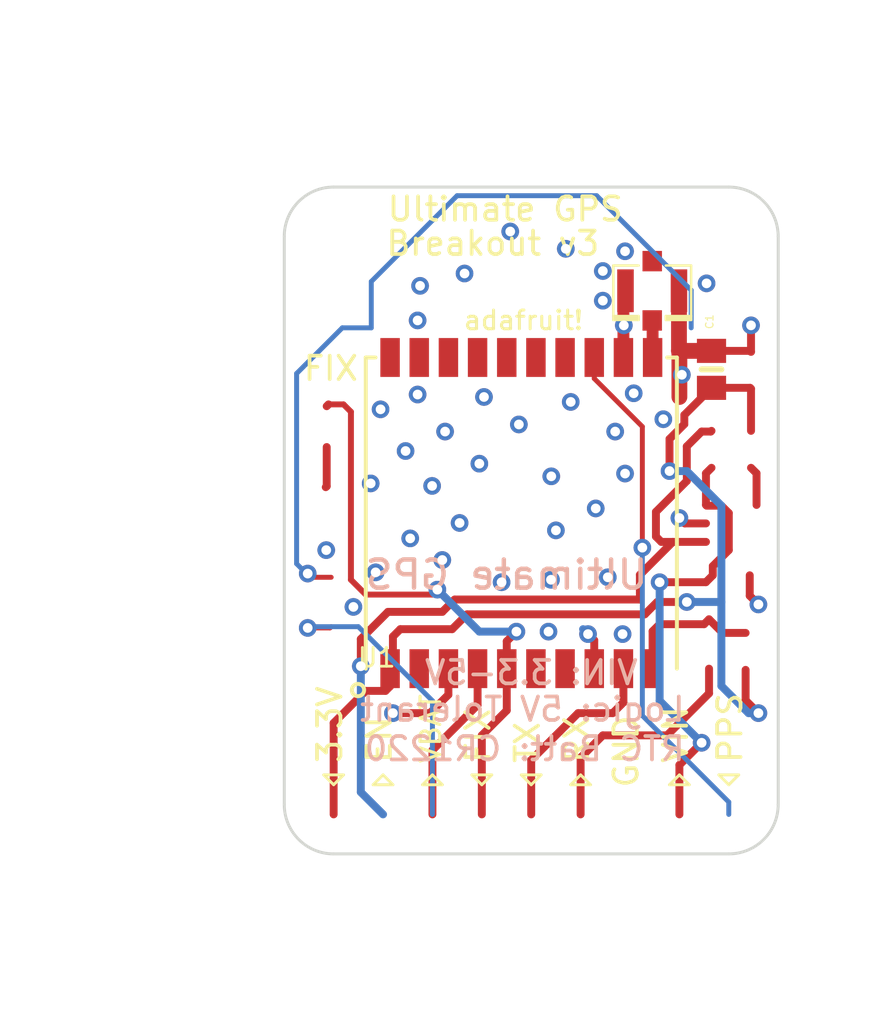
<source format=kicad_pcb>
(kicad_pcb (version 20171130) (host pcbnew 5.1.1-8be2ce7~80~ubuntu18.04.1)

  (general
    (thickness 1.6)
    (drawings 57)
    (tracks 208)
    (zones 0)
    (modules 3)
    (nets 11)
  )

  (page A4)
  (layers
    (0 Top signal)
    (31 Bottom signal)
    (32 B.Adhes user)
    (33 F.Adhes user)
    (34 B.Paste user)
    (35 F.Paste user)
    (36 B.SilkS user)
    (37 F.SilkS user)
    (38 B.Mask user)
    (39 F.Mask user)
    (40 Dwgs.User user)
    (41 Cmts.User user)
    (42 Eco1.User user)
    (43 Eco2.User user)
    (44 Edge.Cuts user)
    (45 Margin user)
    (46 B.CrtYd user)
    (47 F.CrtYd user)
    (48 B.Fab user)
    (49 F.Fab user)
  )

  (setup
    (last_trace_width 0.25)
    (trace_clearance 0.2)
    (zone_clearance 0.508)
    (zone_45_only no)
    (trace_min 0.2)
    (via_size 0.8)
    (via_drill 0.4)
    (via_min_size 0.4)
    (via_min_drill 0.3)
    (uvia_size 0.3)
    (uvia_drill 0.1)
    (uvias_allowed no)
    (uvia_min_size 0.2)
    (uvia_min_drill 0.1)
    (edge_width 0.05)
    (segment_width 0.2)
    (pcb_text_width 0.3)
    (pcb_text_size 1.5 1.5)
    (mod_edge_width 0.12)
    (mod_text_size 1 1)
    (mod_text_width 0.15)
    (pad_size 1.524 1.524)
    (pad_drill 0.762)
    (pad_to_mask_clearance 0.051)
    (solder_mask_min_width 0.25)
    (aux_axis_origin 0 0)
    (visible_elements FFFFFF7F)
    (pcbplotparams
      (layerselection 0x010fc_ffffffff)
      (usegerberextensions false)
      (usegerberattributes false)
      (usegerberadvancedattributes false)
      (creategerberjobfile false)
      (excludeedgelayer true)
      (linewidth 0.100000)
      (plotframeref false)
      (viasonmask false)
      (mode 1)
      (useauxorigin false)
      (hpglpennumber 1)
      (hpglpenspeed 20)
      (hpglpendiameter 15.000000)
      (psnegative false)
      (psa4output false)
      (plotreference true)
      (plotvalue true)
      (plotinvisibletext false)
      (padsonsilk false)
      (subtractmaskfromsilk false)
      (outputformat 1)
      (mirror false)
      (drillshape 1)
      (scaleselection 1)
      (outputdirectory ""))
  )

  (net 0 "")
  (net 1 GND)
  (net 2 3.3V)
  (net 3 VIN)
  (net 4 "Net-(U$20-PadP$3)")
  (net 5 /VBACKUP)
  (net 6 "Net-(FB1-Pad1)")
  (net 7 /ENABLE)
  (net 8 "Net-(LED1-PadC)")
  (net 9 /RX)
  (net 10 "Net-(B1-Pad+$1)")

  (net_class Default "This is the default net class."
    (clearance 0.2)
    (trace_width 0.25)
    (via_dia 0.8)
    (via_drill 0.4)
    (uvia_dia 0.3)
    (uvia_drill 0.1)
    (add_net /ENABLE)
    (add_net /RX)
    (add_net /VBACKUP)
    (add_net 3.3V)
    (add_net GND)
    (add_net "Net-(B1-Pad+$1)")
    (add_net "Net-(FB1-Pad1)")
    (add_net "Net-(LED1-PadC)")
    (add_net "Net-(U$20-PadP$3)")
    (add_net VIN)
  )

  (module "Adafruit Ultimate GPS:FGPMMOPA6H" (layer Top) (tedit 0) (tstamp 5CBBCA1B)
    (at 147.9931 104.6226 90)
    (path /19E6BE3A)
    (fp_text reference U1 (at -8 -8.5) (layer F.SilkS)
      (effects (font (size 0.9652 0.9652) (thickness 0.14478)) (justify left bottom))
    )
    (fp_text value FGPMMOPA6H (at -8 9.5) (layer F.Fab)
      (effects (font (size 0.9652 0.9652) (thickness 0.077216)) (justify left bottom))
    )
    (fp_circle (center -9.1 -8.4) (end -8.7838 -8.4) (layer F.SilkS) (width 0.2032))
    (fp_line (start 8 -8) (end 8 -7.5) (layer F.SilkS) (width 0.2032))
    (fp_line (start 8 7.5) (end 8 8) (layer F.SilkS) (width 0.2032))
    (fp_line (start -8 8) (end -8 -8) (layer F.Fab) (width 0.2032))
    (fp_line (start 8 8) (end -8 8) (layer F.Fab) (width 0.2032))
    (fp_line (start 8 -8) (end 8 8) (layer F.Fab) (width 0.127))
    (fp_line (start -8 -8) (end 8 -8) (layer F.Fab) (width 0.2032))
    (fp_line (start 8 8) (end -8 8) (layer F.SilkS) (width 0.2032))
    (fp_line (start -8 -8) (end 8 -8) (layer F.SilkS) (width 0.2032))
    (pad "" np_thru_hole circle (at 0.2 -0.8 90) (size 3 3) (drill 3) (layers *.Cu *.Mask))
    (pad P$20 smd rect (at 8 -6.75 270) (size 2 1) (layers Top F.Paste F.Mask)
      (solder_mask_margin 0.0508))
    (pad P$19 smd rect (at 8 -5.25 270) (size 2 1) (layers Top F.Paste F.Mask)
      (net 1 GND) (solder_mask_margin 0.0508))
    (pad P$18 smd rect (at 8 -3.75 270) (size 2 1) (layers Top F.Paste F.Mask)
      (solder_mask_margin 0.0508))
    (pad P$17 smd rect (at 8 -2.25 270) (size 2 1) (layers Top F.Paste F.Mask)
      (solder_mask_margin 0.0508))
    (pad P$16 smd rect (at 8 -0.75 270) (size 2 1) (layers Top F.Paste F.Mask)
      (solder_mask_margin 0.0508))
    (pad P$15 smd rect (at 8 0.75 270) (size 2 1) (layers Top F.Paste F.Mask)
      (solder_mask_margin 0.0508))
    (pad P$14 smd rect (at 8 2.25 270) (size 2 1) (layers Top F.Paste F.Mask)
      (solder_mask_margin 0.0508))
    (pad P$13 smd rect (at 8 3.75 270) (size 2 1) (layers Top F.Paste F.Mask)
      (solder_mask_margin 0.0508))
    (pad P$12 smd rect (at 8 5.25 270) (size 2 1) (layers Top F.Paste F.Mask)
      (net 1 GND) (solder_mask_margin 0.0508))
    (pad P$11 smd rect (at 8 6.75 270) (size 2 1) (layers Top F.Paste F.Mask)
      (net 4 "Net-(U$20-PadP$3)") (solder_mask_margin 0.0508))
    (pad P$10 smd rect (at -8 6.75 90) (size 2 1) (layers Top F.Paste F.Mask)
      (solder_mask_margin 0.0508))
    (pad P$9 smd rect (at -8 5.25 90) (size 2 1) (layers Top F.Paste F.Mask)
      (solder_mask_margin 0.0508))
    (pad P$8 smd rect (at -8 3.75 90) (size 2 1) (layers Top F.Paste F.Mask)
      (net 1 GND) (solder_mask_margin 0.0508))
    (pad P$7 smd rect (at -8 2.25 90) (size 2 1) (layers Top F.Paste F.Mask)
      (solder_mask_margin 0.0508))
    (pad P$6 smd rect (at -8 0.75 90) (size 2 1) (layers Top F.Paste F.Mask)
      (solder_mask_margin 0.0508))
    (pad P$5 smd rect (at -8 -0.75 90) (size 2 1) (layers Top F.Paste F.Mask)
      (solder_mask_margin 0.0508))
    (pad P$4 smd rect (at -8 -2.25 90) (size 2 1) (layers Top F.Paste F.Mask)
      (solder_mask_margin 0.0508))
    (pad P$3 smd rect (at -8 -3.75 90) (size 2 1) (layers Top F.Paste F.Mask)
      (net 1 GND) (solder_mask_margin 0.0508))
    (pad P$2 smd rect (at -8 -5.25 90) (size 2 1) (layers Top F.Paste F.Mask)
      (solder_mask_margin 0.0508))
    (pad P$1 smd rect (at -8 -6.75 90) (size 2 1) (layers Top F.Paste F.Mask)
      (net 2 3.3V) (solder_mask_margin 0.0508))
  )

  (module "Adafruit Ultimate GPS:0805-NO" (layer Top) (tedit 0) (tstamp 5CBBCA7A)
    (at 157.7721 97.2326 90)
    (path /F1C90C04)
    (fp_text reference C1 (at 2.032 0.127 90) (layer F.SilkS)
      (effects (font (size 0.38608 0.38608) (thickness 0.057912)) (justify left bottom))
    )
    (fp_text value 0.1uF (at 2.032 0.762 90) (layer F.Fab)
      (effects (font (size 0.9652 0.9652) (thickness 0.077216)) (justify left bottom))
    )
    (fp_line (start 0 -0.508) (end 0 0.508) (layer F.SilkS) (width 0.3048))
    (fp_poly (pts (xy 0.3556 0.7239) (xy 1.1057 0.7239) (xy 1.1057 -0.7262) (xy 0.3556 -0.7262)) (layer F.Fab) (width 0))
    (fp_poly (pts (xy -1.0922 0.7239) (xy -0.3421 0.7239) (xy -0.3421 -0.7262) (xy -1.0922 -0.7262)) (layer F.Fab) (width 0))
    (fp_line (start -0.356 0.66) (end 0.381 0.66) (layer F.Fab) (width 0.1016))
    (fp_line (start -0.381 -0.66) (end 0.381 -0.66) (layer F.Fab) (width 0.1016))
    (pad 2 smd rect (at 0.95 0 90) (size 1.24 1.5) (layers Top F.Paste F.Mask)
      (net 1 GND) (solder_mask_margin 0.0508))
    (pad 1 smd rect (at -0.95 0 90) (size 1.24 1.5) (layers Top F.Paste F.Mask)
      (net 2 3.3V) (solder_mask_margin 0.0508))
  )

  (module "Adafruit Ultimate GPS:U.FL" (layer Top) (tedit 0) (tstamp 5CBBCFC8)
    (at 154.7241 93.1926 270)
    (path /F3FE4F2D)
    (fp_text reference U$20 (at 0 0 270) (layer F.SilkS) hide
      (effects (font (size 1.27 1.27) (thickness 0.15)) (justify right top))
    )
    (fp_text value U.FL (at 0 0 270) (layer F.SilkS) hide
      (effects (font (size 1.27 1.27) (thickness 0.15)) (justify right top))
    )
    (fp_poly (pts (xy -0.889 0.8255) (xy 0.889 0.8255) (xy 0.889 -0.8255) (xy -0.889 -0.8255)) (layer Dwgs.User) (width 0))
    (fp_line (start 1.5 2) (end 1.3 2) (layer F.SilkS) (width 0.127))
    (fp_line (start 1.5 0.7) (end 1.3 0.7) (layer F.SilkS) (width 0.127))
    (fp_line (start 1.5 -0.7) (end 1.3 -0.7) (layer F.SilkS) (width 0.127))
    (fp_line (start 1.5 -2) (end 1.3 -2) (layer F.SilkS) (width 0.127))
    (fp_line (start 1.5 2) (end 1.5 0.7) (layer F.SilkS) (width 0.127))
    (fp_line (start 1.5 -0.7) (end 1.5 -2) (layer F.SilkS) (width 0.127))
    (fp_line (start 1.4 2) (end 1.4 0.7) (layer F.SilkS) (width 0.127))
    (fp_line (start 1.4 -0.7) (end 1.4 -2) (layer F.SilkS) (width 0.127))
    (fp_line (start -1.3 2) (end -1.3 0.7) (layer F.SilkS) (width 0.127))
    (fp_line (start -1.3 -0.7) (end -1.3 -2) (layer F.SilkS) (width 0.127))
    (fp_line (start 1.3 2) (end 1.3 0.7) (layer F.SilkS) (width 0.127))
    (fp_line (start -1.3 2) (end 1.3 2) (layer F.SilkS) (width 0.127))
    (fp_line (start 1.3 -2) (end -1.3 -2) (layer F.SilkS) (width 0.127))
    (fp_line (start 1.3 -0.7) (end 1.3 -2) (layer F.SilkS) (width 0.127))
    (pad P$4 smd rect (at -1.525 0 270) (size 1.05 1) (layers Top F.Paste F.Mask)
      (solder_mask_margin 0.0508))
    (pad P$3 smd rect (at 1.525 0 270) (size 1.05 1) (layers Top F.Paste F.Mask)
      (net 4 "Net-(U$20-PadP$3)") (solder_mask_margin 0.0508))
    (pad P$2 smd rect (at 0 1.375 270) (size 2.2 0.85) (layers Top F.Paste F.Mask)
      (net 1 GND) (solder_mask_margin 0.0508))
    (pad P$1 smd rect (at 0 -1.375 270) (size 2.2 0.85) (layers Top F.Paste F.Mask)
      (net 1 GND) (solder_mask_margin 0.0508))
  )

  (gr_line (start 155.6131 118.5926) (end 156.6291 118.5926) (layer F.SilkS) (width 0.15) (tstamp FBF05840))
  (gr_line (start 156.6291 118.5926) (end 156.1211 118.0846) (layer F.SilkS) (width 0.15) (tstamp FBF05CF0))
  (gr_line (start 156.1211 118.0846) (end 155.6131 118.5926) (layer F.SilkS) (width 0.15) (tstamp FBEB0D30))
  (gr_line (start 138.8491 118.0846) (end 137.8331 118.0846) (layer F.SilkS) (width 0.15) (tstamp FBFD2FD0))
  (gr_line (start 137.8331 118.0846) (end 138.3411 118.5926) (layer F.SilkS) (width 0.15) (tstamp F990AFE0))
  (gr_line (start 138.3411 118.5926) (end 138.8491 118.0846) (layer F.SilkS) (width 0.15) (tstamp F990B490))
  (gr_line (start 142.9131 118.5926) (end 143.9291 118.5926) (layer F.SilkS) (width 0.15) (tstamp F911EFC0))
  (gr_line (start 143.9291 118.5926) (end 143.4211 118.0846) (layer F.SilkS) (width 0.15) (tstamp F9178EB0))
  (gr_line (start 143.4211 118.0846) (end 142.9131 118.5926) (layer F.SilkS) (width 0.15) (tstamp FBFAD560))
  (gr_line (start 149.0091 118.0846) (end 147.9931 118.0846) (layer F.SilkS) (width 0.15) (tstamp F9C9C570))
  (gr_line (start 147.9931 118.0846) (end 148.5011 118.5926) (layer F.SilkS) (width 0.15) (tstamp F9C9CA40))
  (gr_line (start 148.5011 118.5926) (end 149.0091 118.0846) (layer F.SilkS) (width 0.15) (tstamp F9CCAB20))
  (gr_line (start 150.5331 118.5926) (end 151.5491 118.5926) (layer F.SilkS) (width 0.15) (tstamp F996D1C0))
  (gr_line (start 151.5491 118.5926) (end 151.0411 118.0846) (layer F.SilkS) (width 0.15) (tstamp FC032720))
  (gr_line (start 151.0411 118.0846) (end 150.5331 118.5926) (layer F.SilkS) (width 0.15) (tstamp FC032BE0))
  (gr_line (start 140.3731 118.5926) (end 141.3891 118.5926) (layer F.SilkS) (width 0.15) (tstamp FBE16A80))
  (gr_line (start 141.3891 118.5926) (end 140.8811 118.0846) (layer F.SilkS) (width 0.15) (tstamp FBEA8850))
  (gr_line (start 140.8811 118.0846) (end 140.3731 118.5926) (layer F.SilkS) (width 0.15) (tstamp FC0E5B30))
  (gr_line (start 146.4691 118.0846) (end 145.4531 118.0846) (layer F.SilkS) (width 0.15) (tstamp F9A32760))
  (gr_line (start 145.4531 118.0846) (end 145.9611 118.5926) (layer F.SilkS) (width 0.15) (tstamp F9A32BF0))
  (gr_line (start 145.9611 118.5926) (end 146.4691 118.0846) (layer F.SilkS) (width 0.15) (tstamp F99792D0))
  (gr_line (start 135.8011 119.6086) (end 135.8011 90.3986) (layer Edge.Cuts) (width 0.15) (tstamp F2C0C890))
  (gr_arc (start 138.3411 90.3986) (end 135.8011 90.3986) (angle 90) (layer Edge.Cuts) (width 0.15) (tstamp FBDF8970))
  (gr_line (start 138.3411 87.8586) (end 158.6611 87.8586) (layer Edge.Cuts) (width 0.15) (tstamp FBDF8E50))
  (gr_arc (start 158.6611 90.3986) (end 158.6611 87.8586) (angle 90) (layer Edge.Cuts) (width 0.15) (tstamp FBDDFE20))
  (gr_line (start 161.2011 90.3986) (end 161.2011 119.6086) (layer Edge.Cuts) (width 0.15) (tstamp F99E76C0))
  (gr_arc (start 158.6611 119.6086) (end 161.2011 119.6086) (angle 90) (layer Edge.Cuts) (width 0.15) (tstamp F9AE4B70))
  (gr_line (start 158.6611 122.1486) (end 138.3411 122.1486) (layer Edge.Cuts) (width 0.15) (tstamp F9AE5070))
  (gr_arc (start 138.3411 119.6086) (end 138.3411 122.1486) (angle 90) (layer Edge.Cuts) (width 0.15) (tstamp F9C9B710))
  (gr_line (start 159.1691 118.0846) (end 158.1531 118.0846) (layer F.SilkS) (width 0.15) (tstamp F9A938C0))
  (gr_line (start 158.1531 118.0846) (end 158.6611 118.5926) (layer F.SilkS) (width 0.15) (tstamp FBECA690))
  (gr_line (start 158.6611 118.5926) (end 159.1691 118.0846) (layer F.SilkS) (width 0.15) (tstamp FBECAB20))
  (gr_text VIN (at 156.6291 117.5766 90) (layer F.SilkS) (tstamp FBEBB430)
    (effects (font (size 1.2065 1.2065) (thickness 0.1905)) (justify left bottom))
  )
  (gr_text 3.3V (at 138.8491 117.5766 90) (layer F.SilkS) (tstamp FBDCB500)
    (effects (font (size 1.2065 1.2065) (thickness 0.1905)) (justify left bottom))
  )
  (gr_text GND (at 154.0891 118.8466 90) (layer F.SilkS) (tstamp FC06D2A0)
    (effects (font (size 1.2065 1.2065) (thickness 0.1905)) (justify left bottom))
  )
  (gr_text VBAT (at 143.9291 117.5766 90) (layer F.SilkS) (tstamp FC06FB40)
    (effects (font (size 1.01346 1.01346) (thickness 0.16002)) (justify left bottom))
  )
  (gr_text TX (at 149.0091 117.5766 90) (layer F.SilkS) (tstamp F2C0CE40)
    (effects (font (size 1.2065 1.2065) (thickness 0.1905)) (justify left bottom))
  )
  (gr_text RX (at 151.5491 117.5766 90) (layer F.SilkS) (tstamp F2C0D390)
    (effects (font (size 1.2065 1.2065) (thickness 0.1905)) (justify left bottom))
  )
  (gr_text EN (at 141.3891 117.5766 90) (layer F.SilkS) (tstamp F9BFB7C0)
    (effects (font (size 1.2065 1.2065) (thickness 0.1905)) (justify left bottom))
  )
  (gr_text FIX (at 146.4691 117.5766 90) (layer F.SilkS) (tstamp FC02FFE0)
    (effects (font (size 1.2065 1.2065) (thickness 0.1905)) (justify left bottom))
  )
  (gr_text "Breakout v3" (at 140.9446 91.4621) (layer F.SilkS) (tstamp FC060C10)
    (effects (font (size 1.2065 1.2065) (thickness 0.1905)) (justify left bottom))
  )
  (gr_text adafruit! (at 144.9451 95.2721) (layer F.SilkS) (tstamp F31AEC40)
    (effects (font (size 0.9652 0.9652) (thickness 0.1524)) (justify left bottom))
  )
  (gr_text "VIN: 3.3-5V" (at 154.0891 113.5366) (layer B.SilkS) (tstamp F31BB680)
    (effects (font (size 1.2065 1.2065) (thickness 0.1905)) (justify left bottom mirror))
  )
  (gr_text "Logic: 5V Tolerant" (at 156.5021 115.4176) (layer B.SilkS) (tstamp F31BBC40)
    (effects (font (size 1.2065 1.2065) (thickness 0.1905)) (justify left bottom mirror))
  )
  (gr_text "RTC Batt: CR1220" (at 156.5021 117.4496) (layer B.SilkS) (tstamp F997AF00)
    (effects (font (size 1.2065 1.2065) (thickness 0.1905)) (justify left bottom mirror))
  )
  (gr_text FIX (at 136.6901 97.8916) (layer F.SilkS) (tstamp F99B9DF0)
    (effects (font (size 1.2065 1.2065) (thickness 0.1905)) (justify left bottom))
  )
  (gr_text PPS (at 159.4231 117.5766 90) (layer F.SilkS) (tstamp F993B610)
    (effects (font (size 1.2065 1.2065) (thickness 0.1905)) (justify left bottom))
  )
  (gr_text "Ultimate GPS" (at 141.0081 89.7001) (layer F.SilkS) (tstamp F98F29F0)
    (effects (font (size 1.2065 1.2065) (thickness 0.1905)) (justify left bottom))
  )
  (dimension 20.32 (width 0.1) (layer Dwgs.User)
    (gr_text "20.320 mm" (at 148.5011 84.0686) (layer Dwgs.User)
      (effects (font (size 1 1) (thickness 0.15)))
    )
    (feature1 (pts (xy 158.6611 90.7716) (xy 158.6611 84.732179)))
    (feature2 (pts (xy 138.3411 90.7716) (xy 138.3411 84.732179)))
    (crossbar (pts (xy 138.3411 85.3186) (xy 158.6611 85.3186)))
    (arrow1a (pts (xy 158.6611 85.3186) (xy 157.534596 85.905021)))
    (arrow1b (pts (xy 158.6611 85.3186) (xy 157.534596 84.732179)))
    (arrow2a (pts (xy 138.3411 85.3186) (xy 139.467604 85.905021)))
    (arrow2b (pts (xy 138.3411 85.3186) (xy 139.467604 84.732179)))
  )
  (dimension 31.385 (width 0.1) (layer Dwgs.User)
    (gr_text "31.385 mm" (at 147.0841 106.4561 270) (layer Dwgs.User)
      (effects (font (size 1 1) (thickness 0.15)))
    )
    (feature1 (pts (xy 139.2301 122.1486) (xy 146.420521 122.1486)))
    (feature2 (pts (xy 139.2301 90.7636) (xy 146.420521 90.7636)))
    (crossbar (pts (xy 145.8341 90.7636) (xy 145.8341 122.1486)))
    (arrow1a (pts (xy 145.8341 122.1486) (xy 145.247679 121.022096)))
    (arrow1b (pts (xy 145.8341 122.1486) (xy 146.420521 121.022096)))
    (arrow2a (pts (xy 145.8341 90.7636) (xy 145.247679 91.890104)))
    (arrow2b (pts (xy 145.8341 90.7636) (xy 146.420521 91.890104)))
  )
  (dimension 33.909 (width 0.1) (layer Dwgs.User)
    (gr_text "33.909 mm" (at 127.0581 105.1941 90) (layer Dwgs.User)
      (effects (font (size 1 1) (thickness 0.15)))
    )
    (feature1 (pts (xy 143.2306 88.2396) (xy 127.721679 88.2396)))
    (feature2 (pts (xy 143.2306 122.1486) (xy 127.721679 122.1486)))
    (crossbar (pts (xy 128.3081 122.1486) (xy 128.3081 88.2396)))
    (arrow1a (pts (xy 128.3081 88.2396) (xy 128.894521 89.366104)))
    (arrow1b (pts (xy 128.3081 88.2396) (xy 127.721679 89.366104)))
    (arrow2a (pts (xy 128.3081 122.1486) (xy 128.894521 121.022096)))
    (arrow2b (pts (xy 128.3081 122.1486) (xy 127.721679 121.022096)))
  )
  (dimension 25.4 (width 0.1) (layer Dwgs.User)
    (gr_text "25.400 mm" (at 148.5011 78.9886) (layer Dwgs.User)
      (effects (font (size 1 1) (thickness 0.15)))
    )
    (feature1 (pts (xy 161.2011 92.9386) (xy 161.2011 79.652179)))
    (feature2 (pts (xy 135.8011 92.9386) (xy 135.8011 79.652179)))
    (crossbar (pts (xy 135.8011 80.2386) (xy 161.2011 80.2386)))
    (arrow1a (pts (xy 161.2011 80.2386) (xy 160.074596 80.825021)))
    (arrow1b (pts (xy 161.2011 80.2386) (xy 160.074596 79.652179)))
    (arrow2a (pts (xy 135.8011 80.2386) (xy 136.927604 80.825021)))
    (arrow2b (pts (xy 135.8011 80.2386) (xy 136.927604 79.652179)))
  )
  (dimension 2.341764 (width 0.1) (layer Dwgs.User)
    (gr_text "2.342 mm" (at 151.762001 84.866087 49.39870535) (layer Dwgs.User)
      (effects (font (size 1 1) (thickness 0.15)))
    )
    (feature1 (pts (xy 157.8991 91.6686) (xy 151.503828 86.186938)))
    (feature2 (pts (xy 159.4231 89.8906) (xy 153.027828 84.408938)))
    (crossbar (pts (xy 153.473072 84.790576) (xy 151.949072 86.568576)))
    (arrow1a (pts (xy 151.949072 86.568576) (xy 152.236947 85.331633)))
    (arrow1b (pts (xy 151.949072 86.568576) (xy 153.127435 86.094908)))
    (arrow2a (pts (xy 153.473072 84.790576) (xy 152.294709 85.264244)))
    (arrow2b (pts (xy 153.473072 84.790576) (xy 153.185197 86.027519)))
  )
  (dimension 12.065 (width 0.1) (layer Dwgs.User)
    (gr_text "12.065 mm" (at 141.9606 131.5266) (layer Dwgs.User)
      (effects (font (size 1 1) (thickness 0.15)))
    )
    (feature1 (pts (xy 147.9931 104.3051) (xy 147.9931 130.863021)))
    (feature2 (pts (xy 135.9281 104.3051) (xy 135.9281 130.863021)))
    (crossbar (pts (xy 135.9281 130.2766) (xy 147.9931 130.2766)))
    (arrow1a (pts (xy 147.9931 130.2766) (xy 146.866596 130.863021)))
    (arrow1b (pts (xy 147.9931 130.2766) (xy 146.866596 129.690179)))
    (arrow2a (pts (xy 135.9281 130.2766) (xy 137.054604 130.863021)))
    (arrow2b (pts (xy 135.9281 130.2766) (xy 137.054604 129.690179)))
  )
  (dimension 17.526 (width 0.1) (layer Dwgs.User)
    (gr_text "17.526 mm" (at 124.8991 113.3856 270) (layer Dwgs.User)
      (effects (font (size 1 1) (thickness 0.15)))
    )
    (feature1 (pts (xy 149.0091 122.1486) (xy 125.562679 122.1486)))
    (feature2 (pts (xy 149.0091 104.6226) (xy 125.562679 104.6226)))
    (crossbar (pts (xy 126.1491 104.6226) (xy 126.1491 122.1486)))
    (arrow1a (pts (xy 126.1491 122.1486) (xy 125.562679 121.022096)))
    (arrow1b (pts (xy 126.1491 122.1486) (xy 126.735521 121.022096)))
    (arrow2a (pts (xy 126.1491 104.6226) (xy 125.562679 105.749104)))
    (arrow2b (pts (xy 126.1491 104.6226) (xy 126.735521 105.749104)))
  )
  (dimension 2.032 (width 0.1) (layer Dwgs.User)
    (gr_text "2.032 mm" (at 131.5031 121.1326 270) (layer Dwgs.User)
      (effects (font (size 1 1) (thickness 0.15)))
    )
    (feature1 (pts (xy 148.6916 122.1486) (xy 132.166679 122.1486)))
    (feature2 (pts (xy 148.6916 120.1166) (xy 132.166679 120.1166)))
    (crossbar (pts (xy 132.7531 120.1166) (xy 132.7531 122.1486)))
    (arrow1a (pts (xy 132.7531 122.1486) (xy 132.166679 121.022096)))
    (arrow1b (pts (xy 132.7531 122.1486) (xy 133.339521 121.022096)))
    (arrow2a (pts (xy 132.7531 120.1166) (xy 132.166679 121.243104)))
    (arrow2b (pts (xy 132.7531 120.1166) (xy 133.339521 121.243104)))
  )
  (gr_text "Ultimate GPS" (at 147.2311 107.7976) (layer B.SilkS) (tstamp FC054E70)
    (effects (font (size 1.4478 1.4478) (thickness 0.2286)) (justify mirror))
  )

  (segment (start 159.8041 94.9706) (end 159.8041 94.8436) (width 0.4064) (layer Bottom) (net 1) (tstamp F9BB5040))
  (segment (start 159.8041 96.3306) (end 159.8041 94.9706) (width 0.4064) (layer Top) (net 1) (tstamp F9BB5560))
  (segment (start 157.7721 96.2826) (end 159.7561 96.2826) (width 0.4064) (layer Top) (net 1) (tstamp F9BB5A50) (status 10))
  (segment (start 159.7561 96.2826) (end 159.8041 96.3306) (width 0.4064) (layer Top) (net 1) (tstamp F9BB5F40))
  (segment (start 156.3991 105.1546) (end 157.488 105.1546) (width 0.4064) (layer Top) (net 1) (tstamp F9BB6430))
  (segment (start 156.1211 104.8766) (end 156.3991 105.1546) (width 0.4064) (layer Top) (net 1) (tstamp F9BB6920))
  (segment (start 159.7381 108.8746) (end 159.7381 107.8216) (width 0.4064) (layer Top) (net 1) (tstamp F9BB6E00))
  (segment (start 160.1851 109.3216) (end 159.7381 108.8746) (width 0.4064) (layer Top) (net 1) (tstamp F9BB72F0))
  (segment (start 160.1851 109.3216) (end 160.3121 109.3216) (width 0.4064) (layer Bottom) (net 1) (tstamp F9BB77E0))
  (segment (start 151.7431 112.6226) (end 151.7431 111.1666) (width 0.4064) (layer Top) (net 1) (tstamp F9BB7CD0) (status 10))
  (segment (start 151.7431 111.1666) (end 151.4221 110.8456) (width 0.4064) (layer Top) (net 1) (tstamp F9BB81B0))
  (segment (start 151.4221 110.8456) (end 151.1681 110.5916) (width 0.4064) (layer Bottom) (net 1) (tstamp F9BB86A0))
  (segment (start 144.2431 113.9606) (end 144.2431 112.6226) (width 0.4064) (layer Top) (net 1) (tstamp F9BB8B90) (status 20))
  (segment (start 143.2941 114.9096) (end 144.2431 113.9606) (width 0.4064) (layer Top) (net 1) (tstamp F9BB9040))
  (segment (start 141.3891 114.9096) (end 143.2941 114.9096) (width 0.4064) (layer Top) (net 1) (tstamp F9BB94F0))
  (segment (start 141.3891 114.9096) (end 141.3891 115.1636) (width 0.4064) (layer Bottom) (net 1) (tstamp F9BB99A0))
  (via (at 159.8041 94.9706) (size 0.9064) (drill 0.5) (layers Top Bottom) (net 1) (tstamp F9BB9E50))
  (via (at 156.1211 104.8766) (size 0.9064) (drill 0.5) (layers Top Bottom) (net 1) (tstamp F9BBA1C0))
  (via (at 160.1851 109.3216) (size 0.9064) (drill 0.5) (layers Top Bottom) (net 1) (tstamp F9BBA520))
  (via (at 151.4221 110.8456) (size 0.9064) (drill 0.5) (layers Top Bottom) (net 1) (tstamp F9BBA890))
  (via (at 141.3891 114.9096) (size 0.9064) (drill 0.5) (layers Top Bottom) (net 1) (tstamp F9BBAC00))
  (via (at 142.6591 98.5266) (size 0.9064) (drill 0.5) (layers Top Bottom) (net 1) (tstamp F9BBAF50))
  (via (at 137.9601 106.5276) (size 0.9064) (drill 0.5) (layers Top Bottom) (net 1) (tstamp F9BBB2B0))
  (segment (start 153.2431 96.6226) (end 153.2431 93.2766) (width 0.6096) (layer Top) (net 1) (tstamp F9BBC1F0) (status 30))
  (segment (start 153.2431 93.2766) (end 153.3271 93.1926) (width 0.6096) (layer Top) (net 1) (tstamp F9BBC710) (status 30))
  (segment (start 153.3271 93.1926) (end 153.3271 93.5956) (width 0.6096) (layer Top) (net 1) (tstamp F9BBCC00) (status 30))
  (segment (start 153.3271 93.5956) (end 153.3271 93.6786) (width 0.4064) (layer Top) (net 1) (tstamp F9BBD0F0) (status 30))
  (segment (start 153.3491 93.1926) (end 153.3271 93.1926) (width 0.4064) (layer Top) (net 1) (tstamp F9BBD5D0) (status 30))
  (segment (start 156.0991 93.1926) (end 156.0991 96.2826) (width 0.8128) (layer Top) (net 1) (tstamp F9BBDAC0) (status 10))
  (segment (start 156.0991 96.2826) (end 156.1211 96.2826) (width 0.8128) (layer Top) (net 1) (tstamp F9BBDFB0))
  (segment (start 156.1211 96.2826) (end 157.7721 96.2826) (width 0.8128) (layer Top) (net 1) (tstamp F9BBE490) (status 20))
  (segment (start 156.1211 98.6536) (end 156.1211 96.2826) (width 0.8128) (layer Top) (net 1) (tstamp F9BBE970))
  (via (at 155.2956 99.7966) (size 0.9064) (drill 0.5) (layers Top Bottom) (net 1) (tstamp F9BBEE40))
  (via (at 140.7541 99.2886) (size 0.9064) (drill 0.5) (layers Top Bottom) (net 1) (tstamp F9BBFD50))
  (via (at 142.0401 101.4316) (size 0.9064) (drill 0.5) (layers Top Bottom) (net 1) (tstamp F9BC00D0))
  (via (at 145.8341 102.0826) (size 0.9064) (drill 0.5) (layers Top Bottom) (net 1) (tstamp F9BC0430))
  (via (at 144.8181 105.1306) (size 0.9064) (drill 0.5) (layers Top Bottom) (net 1) (tstamp F9BC07A0))
  (via (at 153.3271 102.5906) (size 0.9064) (drill 0.5) (layers Top Bottom) (net 1) (tstamp F9BC0B00))
  (via (at 151.8191 104.3846) (size 0.9064) (drill 0.5) (layers Top Bottom) (net 1) (tstamp F9BC0E70))
  (via (at 149.5331 102.7336) (size 0.9064) (drill 0.5) (layers Top Bottom) (net 1) (tstamp F9BC11E0))
  (via (at 149.7711 105.5116) (size 0.9064) (drill 0.5) (layers Top Bottom) (net 1) (tstamp F9BC1550))
  (via (at 146.0721 98.6536) (size 0.9064) (drill 0.5) (layers Top Bottom) (net 1) (tstamp F9BC18B0))
  (via (at 150.5331 98.9076) (size 0.9064) (drill 0.5) (layers Top Bottom) (net 1) (tstamp F9BC1C20))
  (via (at 152.8191 100.4316) (size 0.9064) (drill 0.5) (layers Top Bottom) (net 1) (tstamp F9BC1F90))
  (via (at 147.8661 100.0666) (size 0.9064) (drill 0.5) (layers Top Bottom) (net 1) (tstamp F9BC2300))
  (via (at 144.0721 100.4316) (size 0.9064) (drill 0.5) (layers Top Bottom) (net 1) (tstamp F9BC2670))
  (via (at 143.4051 103.2256) (size 0.9064) (drill 0.5) (layers Top Bottom) (net 1) (tstamp F9BC29D0))
  (via (at 140.5001 107.6706) (size 0.9064) (drill 0.5) (layers Top Bottom) (net 1) (tstamp F9BC2D30))
  (via (at 142.2781 105.9246) (size 0.9064) (drill 0.5) (layers Top Bottom) (net 1) (tstamp F9BC3090))
  (via (at 143.9291 107.0356) (size 0.9064) (drill 0.5) (layers Top Bottom) (net 1) (tstamp F9BC33F0))
  (via (at 149.3901 110.7186) (size 0.9064) (drill 0.5) (layers Top Bottom) (net 1) (tstamp F9BC3750))
  (via (at 153.2001 110.8456) (size 0.9064) (drill 0.5) (layers Top Bottom) (net 1) (tstamp F9BC3AB0))
  (via (at 153.7716 98.4631) (size 0.9064) (drill 0.5) (layers Top Bottom) (net 1) (tstamp F9BC3E20))
  (via (at 152.1841 93.7006) (size 0.9064) (drill 0.5) (layers Top Bottom) (net 1) (tstamp F9BC4190))
  (via (at 153.2636 94.9706) (size 0.9064) (drill 0.5) (layers Top Bottom) (net 1) (tstamp F9BC4500))
  (via (at 153.3271 91.1606) (size 0.9064) (drill 0.5) (layers Top Bottom) (net 1) (tstamp F9BC4870))
  (via (at 142.6591 94.7166) (size 0.9064) (drill 0.5) (layers Top Bottom) (net 1) (tstamp F9BC4BE0))
  (via (at 145.0721 92.3036) (size 0.9064) (drill 0.5) (layers Top Bottom) (net 1) (tstamp F9BC4F40))
  (via (at 142.7861 92.9386) (size 0.9064) (drill 0.5) (layers Top Bottom) (net 1) (tstamp F9BC52A0))
  (via (at 150.2791 91.0336) (size 0.9064) (drill 0.5) (layers Top Bottom) (net 1) (tstamp F9BC55F0))
  (via (at 147.4216 90.1446) (size 0.9064) (drill 0.5) (layers Top Bottom) (net 1) (tstamp F9BC5960))
  (via (at 152.1841 92.1766) (size 0.9064) (drill 0.5) (layers Top Bottom) (net 1) (tstamp F9BC5CD0))
  (via (at 157.5181 92.8116) (size 0.9064) (drill 0.5) (layers Top Bottom) (net 1) (tstamp F9BC6040))
  (via (at 156.2481 97.5106) (size 0.9064) (drill 0.5) (layers Top Bottom) (net 1) (tstamp F9BC63B0))
  (via (at 152.4381 107.9246) (size 0.9064) (drill 0.5) (layers Top Bottom) (net 1) (tstamp F9BC6720))
  (via (at 146.9771 108.1786) (size 0.9064) (drill 0.5) (layers Top Bottom) (net 1) (tstamp F9BC6A90))
  (via (at 149.5171 108.0516) (size 0.9064) (drill 0.5) (layers Top Bottom) (net 1) (tstamp F9BC6DF0))
  (via (at 140.2461 103.0986) (size 0.9064) (drill 0.5) (layers Top Bottom) (net 1) (tstamp F9BC7160))
  (via (at 139.3571 109.4486) (size 0.9064) (drill 0.5) (layers Top Bottom) (net 1) (tstamp F9BC74B0))
  (segment (start 157.7721 98.1826) (end 159.7561 98.1826) (width 0.4064) (layer Top) (net 2) (tstamp F9BC85C0) (status 10))
  (segment (start 159.7561 98.1826) (end 159.8041 98.2306) (width 0.4064) (layer Top) (net 2) (tstamp F9BC8AE0))
  (segment (start 159.8041 98.2306) (end 159.8041 100.3946) (width 0.4064) (layer Top) (net 2) (tstamp F9BC8FD0))
  (segment (start 141.0081 113.7666) (end 139.9921 113.7666) (width 0.4064) (layer Top) (net 2) (tstamp F9BC94C0))
  (segment (start 139.9921 113.7666) (end 138.3411 115.4176) (width 0.4064) (layer Top) (net 2) (tstamp F9BC9970))
  (segment (start 138.3411 115.4176) (end 138.3411 120.1166) (width 0.4064) (layer Top) (net 2) (tstamp F9BC9E20))
  (segment (start 159.5261 112.6846) (end 159.5261 114.2506) (width 0.4064) (layer Top) (net 2) (tstamp F9BCA2D0))
  (segment (start 159.5261 114.2506) (end 160.1851 114.9096) (width 0.4064) (layer Top) (net 2) (tstamp F9BCA7A0))
  (via (at 160.1851 114.9096) (size 0.9064) (drill 0.5) (layers Top Bottom) (net 2) (tstamp F9B88120))
  (segment (start 160.1851 114.9096) (end 159.6771 114.9096) (width 0.4064) (layer Bottom) (net 2) (tstamp FA0CCAE0))
  (segment (start 159.6771 114.9096) (end 158.2801 113.5126) (width 0.4064) (layer Bottom) (net 2) (tstamp FA0CCFB0))
  (segment (start 158.2801 113.5126) (end 158.2801 109.1946) (width 0.4064) (layer Bottom) (net 2) (tstamp FA0CD480))
  (segment (start 158.2801 109.1946) (end 158.2801 104.2416) (width 0.4064) (layer Bottom) (net 2) (tstamp FA0CD960))
  (segment (start 158.2801 104.2416) (end 156.5021 102.4636) (width 0.4064) (layer Bottom) (net 2) (tstamp FA0CDE50))
  (segment (start 156.5021 102.4636) (end 155.6131 102.4636) (width 0.4064) (layer Bottom) (net 2) (tstamp FA0CE340))
  (via (at 155.6131 102.4636) (size 0.9064) (drill 0.5) (layers Top Bottom) (net 2) (tstamp FA0CE830))
  (segment (start 154.9781 109.1946) (end 156.5021 109.1946) (width 0.4064) (layer Top) (net 2) (tstamp FA0CEBA0))
  (via (at 156.5021 109.1946) (size 0.9064) (drill 0.5) (layers Top Bottom) (net 2) (tstamp FA0CF090))
  (segment (start 156.5021 109.1946) (end 158.2801 109.1946) (width 0.4064) (layer Bottom) (net 2) (tstamp FA0CF400))
  (segment (start 155.6131 102.4636) (end 155.6131 100.8126) (width 0.4064) (layer Top) (net 2) (tstamp FA0CF8F0))
  (segment (start 155.6131 100.8126) (end 156.3751 100.0506) (width 0.4064) (layer Top) (net 2) (tstamp FA0CFDE0))
  (segment (start 156.3751 100.0506) (end 156.3751 99.5796) (width 0.4064) (layer Top) (net 2) (tstamp FA0D02D0))
  (segment (start 156.3751 99.5796) (end 157.7721 98.1826) (width 0.4064) (layer Top) (net 2) (tstamp FA0D07C0) (status 20))
  (segment (start 141.0081 113.7666) (end 141.2431 113.5316) (width 0.4064) (layer Top) (net 2) (tstamp FA0D0CB0) (status 20))
  (segment (start 141.2431 113.5316) (end 141.2431 112.6226) (width 0.4064) (layer Top) (net 2) (tstamp FA0D1160) (status 30))
  (segment (start 154.9781 109.1946) (end 154.3431 109.8296) (width 0.4064) (layer Top) (net 2) (tstamp FA0D1610))
  (segment (start 154.3431 109.8296) (end 145.1991 109.8296) (width 0.4064) (layer Top) (net 2) (tstamp FA0D1B00))
  (segment (start 145.1991 109.8296) (end 144.4371 110.5916) (width 0.4064) (layer Top) (net 2) (tstamp FA0D1FE0))
  (segment (start 144.4371 110.5916) (end 141.7701 110.5916) (width 0.4064) (layer Top) (net 2) (tstamp FA0D24B0))
  (segment (start 141.7701 110.5916) (end 141.3891 110.9726) (width 0.4064) (layer Top) (net 2) (tstamp FA0D2980))
  (segment (start 141.3891 110.9726) (end 141.3891 112.4766) (width 0.4064) (layer Top) (net 2) (tstamp FA0D2E50) (status 20))
  (segment (start 141.3891 112.4766) (end 141.2431 112.6226) (width 0.4064) (layer Top) (net 2) (tstamp FA0D3310) (status 30))
  (segment (start 157.488 104.2046) (end 157.488 102.5787) (width 0.4064) (layer Top) (net 3) (tstamp FA0DA910))
  (segment (start 157.488 102.5787) (end 157.7721 102.2946) (width 0.4064) (layer Top) (net 3) (tstamp FA0DAE30))
  (segment (start 157.8381 107.8216) (end 157.8381 107.3506) (width 0.4064) (layer Top) (net 3) (tstamp FA0DB320))
  (segment (start 157.8381 107.3506) (end 158.6611 106.5276) (width 0.4064) (layer Top) (net 3) (tstamp FA0DB810))
  (segment (start 158.6611 106.5276) (end 158.6611 104.6226) (width 0.4064) (layer Top) (net 3) (tstamp FA0DBCF0))
  (segment (start 158.6611 104.6226) (end 158.2801 104.2416) (width 0.4064) (layer Top) (net 3) (tstamp FA0DC1C0))
  (segment (start 158.2801 104.2416) (end 157.525 104.2416) (width 0.4064) (layer Top) (net 3) (tstamp FA0DC6A0))
  (segment (start 157.525 104.2416) (end 157.488 104.2046) (width 0.4064) (layer Top) (net 3) (tstamp FA0DCB90))
  (segment (start 155.1051 114.2746) (end 155.1051 108.1786) (width 0.4064) (layer Bottom) (net 3) (tstamp FA0DD080))
  (segment (start 157.2641 116.4336) (end 155.1051 114.2746) (width 0.4064) (layer Bottom) (net 3) (tstamp FA0DD550))
  (segment (start 156.1211 120.1166) (end 156.1211 117.5766) (width 0.4064) (layer Top) (net 3) (tstamp FA0DDA20))
  (segment (start 156.1211 117.5766) (end 157.2641 116.4336) (width 0.4064) (layer Top) (net 3) (tstamp FA0DDED0))
  (via (at 155.1051 108.1786) (size 0.9064) (drill 0.5) (layers Top Bottom) (net 3) (tstamp FA0DE390))
  (via (at 157.2641 116.4336) (size 0.9064) (drill 0.5) (layers Top Bottom) (net 3) (tstamp FA0DE6F0))
  (segment (start 157.8381 107.8216) (end 157.4811 108.1786) (width 0.4064) (layer Top) (net 3) (tstamp FA0DEA50))
  (segment (start 157.4811 108.1786) (end 155.1051 108.1786) (width 0.4064) (layer Top) (net 3) (tstamp FA0DEF20))
  (via (at 154.2161 106.4006) (size 0.9064) (drill 0.5) (layers Top Bottom) (net 0) (tstamp FA0EB890))
  (segment (start 151.7431 96.6226) (end 151.7431 97.7046) (width 0.254) (layer Top) (net 0) (tstamp FA0EBC30) (status 10))
  (segment (start 151.7431 97.7046) (end 154.2161 100.1776) (width 0.254) (layer Top) (net 0) (tstamp FA0EC140))
  (segment (start 154.2161 100.1776) (end 154.2161 106.4006) (width 0.254) (layer Top) (net 0) (tstamp FA0EC620))
  (segment (start 154.2161 106.4006) (end 154.2161 115.0366) (width 0.254) (layer Bottom) (net 0) (tstamp FA0ECB00))
  (segment (start 154.2161 115.0366) (end 158.6611 119.4816) (width 0.254) (layer Bottom) (net 0) (tstamp FA0ECFD0))
  (segment (start 158.6611 119.4816) (end 158.6611 120.1166) (width 0.254) (layer Bottom) (net 0) (tstamp FA0ED480))
  (segment (start 154.7431 96.6226) (end 154.7431 94.9906) (width 0.6096) (layer Top) (net 4) (tstamp FA0E9F30) (status 30))
  (segment (start 154.7241 94.7176) (end 154.7241 95.3526) (width 0.4064) (layer Top) (net 4) (tstamp FA0EA420) (status 10))
  (segment (start 154.7431 94.9906) (end 154.7241 94.9716) (width 0.4064) (layer Top) (net 4) (tstamp FA0EA910) (status 30))
  (segment (start 154.7241 94.9716) (end 154.7241 94.7176) (width 0.4064) (layer Top) (net 4) (tstamp FA0EAE00) (status 30))
  (segment (start 154.7431 112.6226) (end 154.7431 110.6996) (width 0.4064) (layer Top) (net 0) (tstamp FA0E5E50) (status 10))
  (segment (start 154.7431 110.6996) (end 155.1051 110.3376) (width 0.4064) (layer Top) (net 0) (tstamp FA0E6360))
  (segment (start 155.1051 110.3376) (end 157.3911 110.3376) (width 0.4064) (layer Top) (net 0) (tstamp FA0E6850))
  (segment (start 157.3911 110.3376) (end 157.6451 110.0836) (width 0.4064) (layer Top) (net 0) (tstamp FA0E6D30))
  (segment (start 157.6451 110.0836) (end 158.3461 110.7846) (width 0.4064) (layer Top) (net 0) (tstamp FA0E7210))
  (segment (start 158.3461 110.7846) (end 159.5261 110.7846) (width 0.4064) (layer Top) (net 0) (tstamp FA0E7700))
  (segment (start 148.5011 120.1166) (end 148.5011 117.3226) (width 0.4064) (layer Top) (net 0) (tstamp FA0E3E90))
  (segment (start 148.5011 117.3226) (end 150.9141 114.9096) (width 0.4064) (layer Top) (net 0) (tstamp FA0E4370))
  (segment (start 150.9141 114.9096) (end 152.6921 114.9096) (width 0.4064) (layer Top) (net 0) (tstamp FA0E4830))
  (segment (start 152.6921 114.9096) (end 153.2431 114.3586) (width 0.4064) (layer Top) (net 0) (tstamp FA0E4D00))
  (segment (start 153.2431 114.3586) (end 153.2431 112.6226) (width 0.4064) (layer Top) (net 0) (tstamp FA0E51D0) (status 20))
  (segment (start 145.9611 120.1166) (end 145.9611 116.0526) (width 0.4064) (layer Top) (net 0) (tstamp F9BAD9D0))
  (segment (start 145.9611 116.0526) (end 147.2431 114.7706) (width 0.4064) (layer Top) (net 0) (tstamp F9BADEB0))
  (segment (start 138.0771 99.0346) (end 137.9841 99.1276) (width 0.4064) (layer Top) (net 0) (tstamp F9BAE370))
  (via (at 147.7391 110.7186) (size 0.9064) (drill 0.5) (layers Top Bottom) (net 0) (tstamp F9BAE860))
  (via (at 143.6751 108.5596) (size 0.9064) (drill 0.5) (layers Top Bottom) (net 0) (tstamp F9BAEBF0))
  (segment (start 147.2431 114.7706) (end 147.2431 112.6226) (width 0.4064) (layer Top) (net 0) (tstamp F9BAEF50) (status 20))
  (segment (start 147.2431 112.6226) (end 147.2431 111.2146) (width 0.4064) (layer Top) (net 0) (tstamp F9BAF420) (status 10))
  (segment (start 143.6751 108.5596) (end 145.8341 110.7186) (width 0.4064) (layer Bottom) (net 0) (tstamp F9BAF900))
  (segment (start 145.8341 110.7186) (end 147.7391 110.7186) (width 0.4064) (layer Bottom) (net 0) (tstamp F9BAFDD0))
  (segment (start 147.2431 111.2146) (end 147.7391 110.7186) (width 0.4064) (layer Top) (net 0) (tstamp F9BB02A0))
  (segment (start 138.0771 99.0346) (end 138.8491 99.0346) (width 0.3048) (layer Top) (net 0) (tstamp F9BB0780))
  (segment (start 138.8491 99.0346) (end 139.2301 99.4156) (width 0.3048) (layer Top) (net 0) (tstamp F9BB0C50))
  (segment (start 139.2301 99.4156) (end 139.2301 108.0516) (width 0.3048) (layer Top) (net 0) (tstamp F9BB1120))
  (segment (start 139.2301 108.0516) (end 139.9921 108.8136) (width 0.3048) (layer Top) (net 0) (tstamp F9BB15F0))
  (segment (start 139.9921 108.8136) (end 143.4211 108.8136) (width 0.3048) (layer Top) (net 0) (tstamp F9BB1AC0))
  (segment (start 143.4211 108.8136) (end 143.6751 108.5596) (width 0.3048) (layer Top) (net 0) (tstamp F9BB1F90))
  (segment (start 143.4211 120.1166) (end 143.4211 116.8146) (width 0.4064) (layer Top) (net 0) (tstamp FA0E08E0))
  (segment (start 143.4211 116.8146) (end 145.7431 114.4926) (width 0.4064) (layer Top) (net 0) (tstamp FA0E0DC0))
  (segment (start 145.7431 114.4926) (end 145.7431 112.6226) (width 0.4064) (layer Top) (net 0) (tstamp FA0E1270) (status 20))
  (via (at 137.0076 110.5281) (size 0.9064) (drill 0.5) (layers Top Bottom) (net 5) (tstamp FA0E1900))
  (segment (start 139.6111 110.4646) (end 143.4211 114.2746) (width 0.254) (layer Bottom) (net 5) (tstamp FA0E1CA0))
  (segment (start 143.4211 114.2746) (end 143.4211 120.1166) (width 0.254) (layer Bottom) (net 5) (tstamp FA0E2180))
  (segment (start 138.2141 110.4646) (end 138.1506 110.5281) (width 0.254) (layer Top) (net 5) (tstamp FA0E2620))
  (segment (start 138.1506 110.5281) (end 137.0076 110.5281) (width 0.254) (layer Top) (net 5) (tstamp FA0E2AF0))
  (segment (start 139.6111 110.4646) (end 137.0711 110.4646) (width 0.254) (layer Bottom) (net 5) (tstamp FA0E2FD0))
  (segment (start 137.0711 110.4646) (end 137.0076 110.5281) (width 0.254) (layer Bottom) (net 5) (tstamp FA0E3490))
  (segment (start 160.0882 104.2046) (end 160.0882 102.5787) (width 0.4064) (layer Top) (net 6) (tstamp FA0DF940))
  (segment (start 160.0882 102.5787) (end 159.8041 102.2946) (width 0.4064) (layer Top) (net 6) (tstamp FA0DFE60))
  (segment (start 157.7351 100.4316) (end 157.7721 100.3946) (width 0.4064) (layer Top) (net 7) (tstamp FA0D3F60))
  (segment (start 157.2641 100.4316) (end 157.7351 100.4316) (width 0.4064) (layer Top) (net 7) (tstamp FA0D4480))
  (segment (start 139.7381 112.4966) (end 139.7381 111.0996) (width 0.4064) (layer Top) (net 7) (tstamp FA0D4970))
  (segment (start 139.7381 118.9736) (end 139.7381 112.4966) (width 0.4064) (layer Bottom) (net 7) (tstamp FA0D4E30))
  (segment (start 140.8811 120.1166) (end 139.7381 118.9736) (width 0.4064) (layer Bottom) (net 7) (tstamp FA0D52E0))
  (via (at 139.7381 112.4966) (size 0.9064) (drill 0.5) (layers Top Bottom) (net 7) (tstamp FA0D5790))
  (segment (start 156.5021 102.9716) (end 156.5021 101.1936) (width 0.4064) (layer Top) (net 7) (tstamp FA0D5AE0))
  (segment (start 156.5021 101.1936) (end 157.2641 100.4316) (width 0.4064) (layer Top) (net 7) (tstamp FA0D5FD0))
  (segment (start 157.488 106.1046) (end 155.9941 106.1046) (width 0.4064) (layer Top) (net 7) (tstamp FA0D64C0))
  (segment (start 155.7821 106.1046) (end 155.1901 106.1046) (width 0.4064) (layer Top) (net 7) (tstamp FA0D69B0))
  (segment (start 155.1901 106.1046) (end 154.9146 105.8291) (width 0.4064) (layer Top) (net 7) (tstamp FA0D6EA0))
  (segment (start 139.7381 111.0996) (end 141.1351 109.7026) (width 0.4064) (layer Top) (net 7) (tstamp FA0D7390))
  (segment (start 141.1351 109.7026) (end 143.9291 109.7026) (width 0.4064) (layer Top) (net 7) (tstamp FA0D7860))
  (segment (start 143.9291 109.7026) (end 144.5641 109.0676) (width 0.4064) (layer Top) (net 7) (tstamp FA0D7D30))
  (segment (start 144.5641 109.0676) (end 154.0891 109.0676) (width 0.4064) (layer Top) (net 7) (tstamp FA0D8200))
  (segment (start 156.5021 102.9716) (end 154.9146 104.5591) (width 0.4064) (layer Top) (net 7) (tstamp FA0D86E0))
  (segment (start 154.9146 104.5591) (end 154.9146 105.8291) (width 0.4064) (layer Top) (net 7) (tstamp FA0D8BD0))
  (segment (start 154.0891 109.0676) (end 154.0891 107.7976) (width 0.4064) (layer Top) (net 7) (tstamp FA0D90C0))
  (segment (start 154.0891 107.7976) (end 155.7821 106.1046) (width 0.4064) (layer Top) (net 7) (tstamp FA0D95B0))
  (segment (start 155.7821 106.1046) (end 155.9941 106.1046) (width 0.4064) (layer Top) (net 7) (tstamp FA0D9AA0))
  (segment (start 137.9841 103.2436) (end 137.9841 101.2276) (width 0.4064) (layer Top) (net 8) (tstamp F9BB29E0))
  (segment (start 137.9361 103.2916) (end 137.9841 103.2436) (width 0.4064) (layer Top) (net 8) (tstamp F9BB2EE0))
  (segment (start 151.0411 120.1166) (end 151.0411 117.1956) (width 0.4064) (layer Top) (net 9) (tstamp FA0E8150))
  (segment (start 151.0411 117.1956) (end 152.1841 116.0526) (width 0.4064) (layer Top) (net 9) (tstamp FA0E8630))
  (segment (start 152.1841 116.0526) (end 155.4861 116.0526) (width 0.4064) (layer Top) (net 9) (tstamp FA0E8AF0))
  (segment (start 155.4861 116.0526) (end 157.6451 113.8936) (width 0.4064) (layer Top) (net 9) (tstamp FA0E8FC0))
  (segment (start 157.6451 113.8936) (end 157.6451 112.6236) (width 0.4064) (layer Top) (net 9) (tstamp FA0E9490))
  (segment (start 140.2757 95.0976) (end 138.7856 95.0976) (width 0.254) (layer Bottom) (net 10) (tstamp FA0EE060))
  (segment (start 138.7856 95.0976) (end 136.4361 97.4471) (width 0.254) (layer Bottom) (net 10) (tstamp FA0EE5A0))
  (segment (start 136.4361 97.4471) (end 136.4361 107.2261) (width 0.254) (layer Bottom) (net 10) (tstamp FA0EEA70))
  (via (at 137.0076 107.7341) (size 0.9064) (drill 0.5) (layers Top Bottom) (net 10) (tstamp FA0EEF30))
  (segment (start 137.1346 107.9246) (end 138.2141 107.9246) (width 0.254) (layer Top) (net 10) (tstamp FA0EF270))
  (segment (start 140.2757 95.0976) (end 140.2757 92.7185) (width 0.254) (layer Bottom) (net 10) (tstamp FA0EF770))
  (segment (start 140.2757 92.7185) (end 144.6911 88.3031) (width 0.254) (layer Bottom) (net 10) (tstamp FA0EFC50))
  (segment (start 144.6911 88.3031) (end 151.8666 88.3031) (width 0.254) (layer Bottom) (net 10) (tstamp FA0F0120))
  (segment (start 151.8666 88.3031) (end 156.7265 93.163) (width 0.254) (layer Bottom) (net 10) (tstamp FA0F05F0))
  (segment (start 156.7265 93.163) (end 156.7265 95.0976) (width 0.254) (layer Bottom) (net 10) (tstamp FA0F0AD0))
  (segment (start 136.4361 107.2261) (end 136.9441 107.7341) (width 0.254) (layer Bottom) (net 10) (tstamp FA0F0FB0))
  (segment (start 136.9441 107.7341) (end 137.0076 107.7341) (width 0.254) (layer Bottom) (net 10) (tstamp FA0F1470))
  (segment (start 137.1346 107.9246) (end 137.0076 107.7976) (width 0.254) (layer Top) (net 10) (tstamp FA0F1940))
  (segment (start 137.0076 107.7976) (end 137.0076 107.7341) (width 0.254) (layer Top) (net 10) (tstamp FA0F1E20))

  (zone (net 1) (net_name GND) (layer Top) (tstamp F9BBB630) (hatch edge 0.508)
    (priority 6)
    (connect_pads (clearance 0.2032))
    (min_thickness 0.254)
    (fill (arc_segments 32) (thermal_gap 0.304) (thermal_bridge_width 0.304))
    (polygon
      (pts
        (xy 135.8011 122.1486) (xy 135.8011 88.2236) (xy 161.2011 88.2236) (xy 161.2011 122.1486)
      )
    )
  )
  (zone (net 1) (net_name GND) (layer Bottom) (tstamp F9BBF1B0) (hatch edge 0.508)
    (priority 6)
    (connect_pads (clearance 0.2032))
    (min_thickness 0.254)
    (fill (arc_segments 32) (thermal_gap 0.304) (thermal_bridge_width 0.304))
    (polygon
      (pts
        (xy 135.8011 122.1486) (xy 135.8011 88.2236) (xy 161.2011 88.2236) (xy 161.2011 122.1486)
      )
    )
  )
)

</source>
